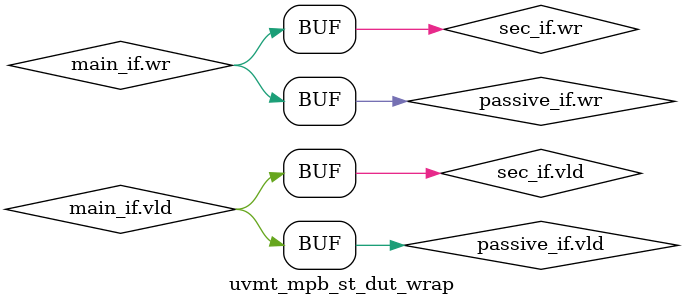
<source format=sv>


`ifndef __UVMT_MPB_ST_DUT_WRAP_SV__
`define __UVMT_MPB_ST_DUT_WRAP_SV__


/**
 * "DUT" connecting Matrix Peripheral Bus UVM Agent Self-Test Bench interfaces.  All ports are SV interfaces.
 * @ingroup uvmt_mpb_st_tb
 */
module uvmt_mpb_st_dut_wrap (
   uvma_mpb_if  main_if, ///< MAIN Agent interface
   uvma_mpb_if  sec_if, ///< SEC Agent interface
   uvma_mpb_if  passive_if, ///< Passive Agent interface
   uvma_clk_if  clk_if, ///< Clock interface
   uvma_reset_if  reset_n_if ///< Reset interface
);

   assign sec_if.vld = main_if.vld;
   assign passive_if.vld = main_if.vld;
   assign sec_if.wr = main_if.wr;
   assign passive_if.wr = main_if.wr;
   assign sec_if.wdata = main_if.wdata;
   assign passive_if.wdata = main_if.wdata;
   assign sec_if.addr = main_if.addr;
   assign passive_if.addr = main_if.addr;
   assign main_if.rdy = sec_if.rdy;
   assign passive_if.rdy = sec_if.rdy;
   assign main_if.rdata = sec_if.rdata;
   assign passive_if.rdata = sec_if.rdata;


   // pragma uvmx dut_wrap begin
   // pragma uvmx dut_wrap end

endmodule


`endif // __UVMT_MPB_ST_DUT_WRAP_SV__
</source>
